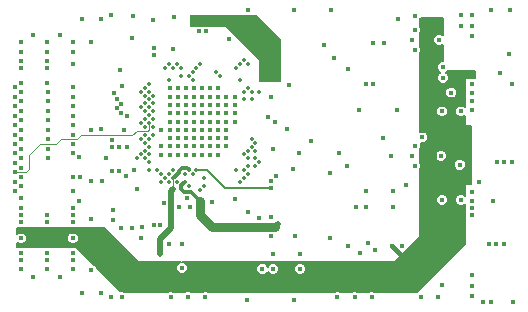
<source format=gbr>
G04 (created by PCBNEW (2013-07-07 BZR 4022)-stable) date 19/11/2015 00:50:24*
%MOIN*%
G04 Gerber Fmt 3.4, Leading zero omitted, Abs format*
%FSLAX34Y34*%
G01*
G70*
G90*
G04 APERTURE LIST*
%ADD10C,0.00590551*%
%ADD11C,0.015748*%
%ADD12C,0.0137795*%
%ADD13C,0.015748*%
%ADD14C,0.0314961*%
%ADD15C,0.00393701*%
%ADD16C,0.011811*%
%ADD17C,0.019685*%
%ADD18C,0.00787402*%
G04 APERTURE END LIST*
G54D10*
G54D11*
X69625Y-48818D03*
X68582Y-48681D03*
X67874Y-48779D03*
X69212Y-48858D03*
X71830Y-50669D03*
X71929Y-52165D03*
X71023Y-55196D03*
X71712Y-52027D03*
X72529Y-53759D03*
X68110Y-55629D03*
X67893Y-55629D03*
X70413Y-49409D03*
X74074Y-53208D03*
X63464Y-55511D03*
X64330Y-55511D03*
X65196Y-55511D03*
X68405Y-56240D03*
X73759Y-53897D03*
X71791Y-55984D03*
X73759Y-56062D03*
X68838Y-56240D03*
X69625Y-49153D03*
X71417Y-55374D03*
X67913Y-49724D03*
X72401Y-50964D03*
X73129Y-52814D03*
X75826Y-56299D03*
X78503Y-50570D03*
X78366Y-53602D03*
X77165Y-53917D03*
X76870Y-51653D03*
X77165Y-48838D03*
X65196Y-55826D03*
X64330Y-55826D03*
X63464Y-55826D03*
G54D12*
X70890Y-53264D03*
X69580Y-54313D03*
X70629Y-53789D03*
X68662Y-50249D03*
X67745Y-52216D03*
G54D11*
X63267Y-53858D03*
X63464Y-51496D03*
G54D12*
X67614Y-51036D03*
G54D11*
X63267Y-51338D03*
G54D12*
X67745Y-51167D03*
G54D11*
X63267Y-51023D03*
G54D12*
X67744Y-51691D03*
G54D11*
X63464Y-52125D03*
G54D12*
X67481Y-51691D03*
G54D11*
X65196Y-51023D03*
X66850Y-50984D03*
G54D12*
X67614Y-51298D03*
G54D11*
X63267Y-51653D03*
X63464Y-51811D03*
G54D12*
X67745Y-51429D03*
G54D11*
X63464Y-51181D03*
G54D12*
X67876Y-51560D03*
G54D11*
X66574Y-51200D03*
X64370Y-51181D03*
X65196Y-51338D03*
X66653Y-51417D03*
G54D12*
X67614Y-51560D03*
G54D11*
X63267Y-51968D03*
X66811Y-51574D03*
X64370Y-51496D03*
X63267Y-53228D03*
G54D12*
X67745Y-53527D03*
G54D11*
X64370Y-53385D03*
G54D12*
X67614Y-53396D03*
G54D11*
X63267Y-52283D03*
G54D12*
X67745Y-52740D03*
G54D11*
X63464Y-52440D03*
G54D12*
X67483Y-52740D03*
X67744Y-53264D03*
G54D11*
X63464Y-53385D03*
G54D12*
X67481Y-53264D03*
G54D11*
X65196Y-53228D03*
X63267Y-52913D03*
G54D12*
X67614Y-53133D03*
G54D11*
X63464Y-53070D03*
X66751Y-53799D03*
X63464Y-52755D03*
G54D12*
X67745Y-53002D03*
G54D11*
X66988Y-53031D03*
X64370Y-53070D03*
X63267Y-52598D03*
G54D12*
X67614Y-52871D03*
G54D11*
X65196Y-52913D03*
X66751Y-53031D03*
X66988Y-51988D03*
X65196Y-51968D03*
X66515Y-52795D03*
X65196Y-52598D03*
X66811Y-51889D03*
X64370Y-51811D03*
X64370Y-52440D03*
G54D12*
X67876Y-52609D03*
G54D11*
X63464Y-54330D03*
X67500Y-55688D03*
X65393Y-54803D03*
X67165Y-55728D03*
X66811Y-55728D03*
X63267Y-54488D03*
X63267Y-54173D03*
X66535Y-55118D03*
X75039Y-56220D03*
X75255Y-56437D03*
X76181Y-56299D03*
X74763Y-56555D03*
X78503Y-51771D03*
X78503Y-51220D03*
X78503Y-51496D03*
X78503Y-50925D03*
X78720Y-54192D03*
X78090Y-53602D03*
X78503Y-54527D03*
X76003Y-51791D03*
X73562Y-49625D03*
X73917Y-50059D03*
X74370Y-50413D03*
X75570Y-49547D03*
X75216Y-49547D03*
X76023Y-48759D03*
X71515Y-57086D03*
X71870Y-57086D03*
X72775Y-57086D03*
X71870Y-56594D03*
X72775Y-56594D03*
X74960Y-54488D03*
X75885Y-54488D03*
X75885Y-55000D03*
X74960Y-55000D03*
X74625Y-55000D03*
X64783Y-57342D03*
X64330Y-50866D03*
X63877Y-57342D03*
X63464Y-56062D03*
X65196Y-55275D03*
X65196Y-56535D03*
X64330Y-56535D03*
X63464Y-56535D03*
X63464Y-57086D03*
X63464Y-56771D03*
X64330Y-57086D03*
X64330Y-56771D03*
X65196Y-56771D03*
X65196Y-57086D03*
X65196Y-56062D03*
X65196Y-55039D03*
X63464Y-55275D03*
X63464Y-55039D03*
X63464Y-54724D03*
X63464Y-50866D03*
X64330Y-50393D03*
X63464Y-50393D03*
X64783Y-49271D03*
X63877Y-49271D03*
X64330Y-50157D03*
X63464Y-50157D03*
X65196Y-49842D03*
X63464Y-49842D03*
X64330Y-49842D03*
X63464Y-49527D03*
X64330Y-49527D03*
X65196Y-49527D03*
X67460Y-56062D03*
X66141Y-52421D03*
X71791Y-55334D03*
X66122Y-57874D03*
X65492Y-57874D03*
X66830Y-58011D03*
X66456Y-58011D03*
X69606Y-58011D03*
X68464Y-58011D03*
X69035Y-58011D03*
X72578Y-58129D03*
X71003Y-58129D03*
X75157Y-58011D03*
X74015Y-58011D03*
X74586Y-58011D03*
X77500Y-57598D03*
X76791Y-58011D03*
X77362Y-58011D03*
X77500Y-54783D03*
X78129Y-54783D03*
X77814Y-51200D03*
X78129Y-51830D03*
X77500Y-51830D03*
X78129Y-48976D03*
X78129Y-48622D03*
X73818Y-48464D03*
X72578Y-48464D03*
X71043Y-48464D03*
X66456Y-48602D03*
X65492Y-48740D03*
X66122Y-48740D03*
X78503Y-49330D03*
X78503Y-48622D03*
X79133Y-48444D03*
X79763Y-48444D03*
X78503Y-48976D03*
X79330Y-53503D03*
X79842Y-50905D03*
X79448Y-50551D03*
X79192Y-54803D03*
X78503Y-54803D03*
X78503Y-55295D03*
X78503Y-55039D03*
X79566Y-56259D03*
X78503Y-57283D03*
X78503Y-57992D03*
X79881Y-58188D03*
X78858Y-58188D03*
X79133Y-58188D03*
X78503Y-57637D03*
X68838Y-57047D03*
X72598Y-55984D03*
X77539Y-50708D03*
X76850Y-52696D03*
X76318Y-54291D03*
X75807Y-53307D03*
X76614Y-52972D03*
X76614Y-53641D03*
X76515Y-53307D03*
X77539Y-50354D03*
X76614Y-49783D03*
X76614Y-48641D03*
X76515Y-49448D03*
X76614Y-49114D03*
X66535Y-55433D03*
X65807Y-49507D03*
X65807Y-57106D03*
X65807Y-55413D03*
X65807Y-54153D03*
X65807Y-52460D03*
X66515Y-53799D03*
X66181Y-54153D03*
X74350Y-53641D03*
X74360Y-56328D03*
X75531Y-52716D03*
X74980Y-50925D03*
X74724Y-51791D03*
X75216Y-50925D03*
X67185Y-49389D03*
X69389Y-49153D03*
X68523Y-49744D03*
X67204Y-48661D03*
G54D12*
X69974Y-50511D03*
G54D11*
X69763Y-51062D03*
X69763Y-51338D03*
X69488Y-51338D03*
X70039Y-51062D03*
X70314Y-51614D03*
X70314Y-52165D03*
X70039Y-52716D03*
X70314Y-52992D03*
X70039Y-52992D03*
X69763Y-52992D03*
X69232Y-52992D03*
X68700Y-52992D03*
X68149Y-52992D03*
X68700Y-52165D03*
X68425Y-51062D03*
X68700Y-51614D03*
X68700Y-51338D03*
X68700Y-51062D03*
X69232Y-51062D03*
X68956Y-51062D03*
X69488Y-51062D03*
X68956Y-51338D03*
X69232Y-51338D03*
X68425Y-51338D03*
X70039Y-51338D03*
X70314Y-51338D03*
X70590Y-51338D03*
X70590Y-51614D03*
X70039Y-51614D03*
X69763Y-51614D03*
X68425Y-51614D03*
X69232Y-51614D03*
X68956Y-51614D03*
X69488Y-51614D03*
X69488Y-52165D03*
X68956Y-52165D03*
X69232Y-52165D03*
X68425Y-52165D03*
X69763Y-52165D03*
X70039Y-52165D03*
X70590Y-52165D03*
X70590Y-51889D03*
X70314Y-51889D03*
X70039Y-51889D03*
X69763Y-51889D03*
X68425Y-51889D03*
X68700Y-51889D03*
X69232Y-51889D03*
X68956Y-51889D03*
X69488Y-51889D03*
X69488Y-52992D03*
X68956Y-52992D03*
X68425Y-52992D03*
X70039Y-53267D03*
X69763Y-53267D03*
X68149Y-53267D03*
X68425Y-53267D03*
X68700Y-53267D03*
X69232Y-53267D03*
X68956Y-53267D03*
X69488Y-53267D03*
X69488Y-52716D03*
X68956Y-52716D03*
X69232Y-52716D03*
X68700Y-52716D03*
X68425Y-52716D03*
X69763Y-52716D03*
X70314Y-52716D03*
X70314Y-52440D03*
X70039Y-52440D03*
X69763Y-52440D03*
X68149Y-52440D03*
X68425Y-52440D03*
X68700Y-52440D03*
X69232Y-52440D03*
X68956Y-52440D03*
X69488Y-52440D03*
X72322Y-52401D03*
X71811Y-51338D03*
G54D12*
X70760Y-54182D03*
G54D11*
X71791Y-54133D03*
G54D12*
X70891Y-53789D03*
G54D11*
X68228Y-54881D03*
G54D12*
X68662Y-54182D03*
X69056Y-54313D03*
G54D11*
X71968Y-53976D03*
X69015Y-54724D03*
X69114Y-55000D03*
X69822Y-54842D03*
X71870Y-53070D03*
G54D12*
X71416Y-53527D03*
X71285Y-53133D03*
X71285Y-52871D03*
X70760Y-50774D03*
X70105Y-50642D03*
X69187Y-50774D03*
X69056Y-50642D03*
X68792Y-50380D03*
X68400Y-50249D03*
G54D11*
X67913Y-49940D03*
G54D12*
X68400Y-53920D03*
X67351Y-53396D03*
X67483Y-51167D03*
X67614Y-51822D03*
X67876Y-52085D03*
G54D11*
X67224Y-53779D03*
G54D12*
X67745Y-51953D03*
G54D11*
X64330Y-55275D03*
X77401Y-49448D03*
X65196Y-54015D03*
X77460Y-53307D03*
X65452Y-54015D03*
X63464Y-53700D03*
X66653Y-51712D03*
X65196Y-51653D03*
X66515Y-53031D03*
X64370Y-52755D03*
G54D12*
X71022Y-50249D03*
G54D11*
X79724Y-49921D03*
G54D12*
X70760Y-50249D03*
X70628Y-50380D03*
X70891Y-50118D03*
X69187Y-50511D03*
X71153Y-51429D03*
X69449Y-54444D03*
X69317Y-50380D03*
X69449Y-50249D03*
X68268Y-50380D03*
X68794Y-50642D03*
G54D11*
X70590Y-54744D03*
G54D12*
X68925Y-53920D03*
X69579Y-54051D03*
X68925Y-54182D03*
G54D11*
X72027Y-55590D03*
G54D12*
X71416Y-51167D03*
X70891Y-51167D03*
X68400Y-50774D03*
X70890Y-54051D03*
X69187Y-53920D03*
G54D11*
X68740Y-55000D03*
X68110Y-56574D03*
G54D12*
X69056Y-53789D03*
G54D11*
X66889Y-52460D03*
X66968Y-53996D03*
G54D12*
X67744Y-50905D03*
X67614Y-52085D03*
X71153Y-51167D03*
X70891Y-51429D03*
X71022Y-51036D03*
X71022Y-53658D03*
X68531Y-53789D03*
X68400Y-54182D03*
X67614Y-52609D03*
G54D11*
X66299Y-53366D03*
X66771Y-50433D03*
G54D12*
X67876Y-51298D03*
X67876Y-51822D03*
X71153Y-52740D03*
X71022Y-53396D03*
X71285Y-53658D03*
X71153Y-53002D03*
X71285Y-53396D03*
G54D11*
X72736Y-53208D03*
G54D12*
X71022Y-53133D03*
X68007Y-53789D03*
X67745Y-53789D03*
G54D11*
X79822Y-53503D03*
G54D12*
X68268Y-54051D03*
G54D11*
X79055Y-56259D03*
X79566Y-53503D03*
G54D12*
X68138Y-54182D03*
G54D11*
X79311Y-56259D03*
X71791Y-54389D03*
G54D12*
X69318Y-53789D03*
G54D11*
X63464Y-54015D03*
G54D12*
X68138Y-53920D03*
X68530Y-50380D03*
G54D11*
X65196Y-50236D03*
X65413Y-53346D03*
G54D12*
X67483Y-52216D03*
G54D11*
X64370Y-52125D03*
G54D12*
X67614Y-52347D03*
G54D11*
X65196Y-52283D03*
X65196Y-54488D03*
G54D12*
X71022Y-53920D03*
G54D11*
X63267Y-53543D03*
X67342Y-54409D03*
G54D12*
X67876Y-52347D03*
G54D13*
X69625Y-48818D02*
X70570Y-48818D01*
X70570Y-48818D02*
X71830Y-50078D01*
X71830Y-50078D02*
X71830Y-50669D01*
X76318Y-56791D02*
X75826Y-56299D01*
X78503Y-50570D02*
X78169Y-50570D01*
X77795Y-50944D02*
X77007Y-50944D01*
X78169Y-50570D02*
X77795Y-50944D01*
X77165Y-53917D02*
X78248Y-53917D01*
X78366Y-53799D02*
X78366Y-53602D01*
X78248Y-53917D02*
X78366Y-53799D01*
G54D14*
X77165Y-53917D02*
X77165Y-55944D01*
X77165Y-52283D02*
X77165Y-53917D01*
X77007Y-52125D02*
X77165Y-52283D01*
X77007Y-51653D02*
X77007Y-52125D01*
G54D13*
X77007Y-51653D02*
X76870Y-51653D01*
G54D14*
X77007Y-49173D02*
X77007Y-50944D01*
X77165Y-48838D02*
X77165Y-49015D01*
X77165Y-49015D02*
X77007Y-49173D01*
X77007Y-50944D02*
X77007Y-51653D01*
G54D13*
X65590Y-55826D02*
X67244Y-57480D01*
X67244Y-57480D02*
X75039Y-57480D01*
G54D14*
X75570Y-57480D02*
X75629Y-57480D01*
X77165Y-55944D02*
X76318Y-56791D01*
X76318Y-56791D02*
X75629Y-57480D01*
X75629Y-57480D02*
X75039Y-57480D01*
G54D13*
X65196Y-55826D02*
X65590Y-55826D01*
G54D15*
X64645Y-52913D02*
X64114Y-52913D01*
X67745Y-52431D02*
X67696Y-52480D01*
X67696Y-52480D02*
X67322Y-52480D01*
X67322Y-52480D02*
X67185Y-52618D01*
X67185Y-52618D02*
X65472Y-52618D01*
X65472Y-52618D02*
X65334Y-52755D01*
X65334Y-52755D02*
X64803Y-52755D01*
X64803Y-52755D02*
X64645Y-52913D01*
X67745Y-52216D02*
X67745Y-52431D01*
X63641Y-53858D02*
X63267Y-53858D01*
X63740Y-53759D02*
X63641Y-53858D01*
X63740Y-53287D02*
X63740Y-53759D01*
X64114Y-52913D02*
X63740Y-53287D01*
G54D16*
X68925Y-54182D02*
X68925Y-54185D01*
G54D17*
X71948Y-55669D02*
X72027Y-55590D01*
G54D14*
X69822Y-55669D02*
X71948Y-55669D01*
X69448Y-55295D02*
X69822Y-55669D01*
X69448Y-54822D02*
X69448Y-55295D01*
G54D16*
X69133Y-54507D02*
X69448Y-54822D01*
X68917Y-54507D02*
X69133Y-54507D01*
X68818Y-54409D02*
X68917Y-54507D01*
X68818Y-54291D02*
X68818Y-54409D01*
X68925Y-54185D02*
X68818Y-54291D01*
G54D17*
X68533Y-54399D02*
X68464Y-54468D01*
X68110Y-56082D02*
X68110Y-56574D01*
X68464Y-55728D02*
X68110Y-56082D01*
X68464Y-54468D02*
X68464Y-55728D01*
G54D16*
X68533Y-54064D02*
X68720Y-53877D01*
X68720Y-53877D02*
X68720Y-53818D01*
X69056Y-53741D02*
X69015Y-53700D01*
X69056Y-53789D02*
X69056Y-53741D01*
X68838Y-53700D02*
X68720Y-53818D01*
X69015Y-53700D02*
X68838Y-53700D01*
X68720Y-53818D02*
X68720Y-53818D01*
G54D15*
X68533Y-54399D02*
X68523Y-54409D01*
X68533Y-54064D02*
X68533Y-54399D01*
G54D10*
X71791Y-54389D02*
X70275Y-54389D01*
X69675Y-53789D02*
X69318Y-53789D01*
X70275Y-54389D02*
X69675Y-53789D01*
X69318Y-53789D02*
X69320Y-53789D01*
G36*
X72106Y-50807D02*
X71397Y-50807D01*
X71397Y-50109D01*
X70283Y-48996D01*
X69114Y-48996D01*
X69114Y-48602D01*
X71043Y-48602D01*
X71070Y-48602D01*
X71070Y-48602D01*
X71291Y-48602D01*
X72106Y-49417D01*
X72106Y-50807D01*
X72106Y-50807D01*
G37*
G54D15*
X72106Y-50807D02*
X71397Y-50807D01*
X71397Y-50109D01*
X70283Y-48996D01*
X69114Y-48996D01*
X69114Y-48602D01*
X71043Y-48602D01*
X71070Y-48602D01*
X71070Y-48602D01*
X71291Y-48602D01*
X72106Y-49417D01*
X72106Y-50807D01*
G54D10*
G36*
X78602Y-50708D02*
X78267Y-50708D01*
X78267Y-51690D01*
X78241Y-51663D01*
X78169Y-51633D01*
X78090Y-51633D01*
X78018Y-51663D01*
X78011Y-51670D01*
X78011Y-51161D01*
X77981Y-51089D01*
X77926Y-51034D01*
X77854Y-51003D01*
X77775Y-51003D01*
X77703Y-51033D01*
X77648Y-51089D01*
X77618Y-51161D01*
X77618Y-51239D01*
X77647Y-51312D01*
X77703Y-51367D01*
X77775Y-51397D01*
X77853Y-51397D01*
X77926Y-51367D01*
X77981Y-51312D01*
X78011Y-51240D01*
X78011Y-51161D01*
X78011Y-51670D01*
X77963Y-51719D01*
X77933Y-51791D01*
X77933Y-51869D01*
X77962Y-51942D01*
X78018Y-51997D01*
X78090Y-52027D01*
X78168Y-52027D01*
X78241Y-51997D01*
X78267Y-51971D01*
X78267Y-52322D01*
X78464Y-52322D01*
X78464Y-54232D01*
X78287Y-54232D01*
X78287Y-53563D01*
X78257Y-53491D01*
X78202Y-53435D01*
X78129Y-53405D01*
X78051Y-53405D01*
X77979Y-53435D01*
X77923Y-53490D01*
X77893Y-53563D01*
X77893Y-53641D01*
X77923Y-53713D01*
X77978Y-53769D01*
X78051Y-53799D01*
X78129Y-53799D01*
X78201Y-53769D01*
X78257Y-53714D01*
X78287Y-53641D01*
X78287Y-53563D01*
X78287Y-54232D01*
X78267Y-54232D01*
X78267Y-54642D01*
X78241Y-54616D01*
X78169Y-54586D01*
X78090Y-54586D01*
X78018Y-54616D01*
X77963Y-54671D01*
X77933Y-54744D01*
X77933Y-54822D01*
X77962Y-54894D01*
X78018Y-54950D01*
X78090Y-54980D01*
X78168Y-54980D01*
X78241Y-54950D01*
X78267Y-54924D01*
X78267Y-56243D01*
X77696Y-56814D01*
X77696Y-54744D01*
X77696Y-51791D01*
X77666Y-51719D01*
X77611Y-51663D01*
X77539Y-51633D01*
X77461Y-51633D01*
X77388Y-51663D01*
X77333Y-51719D01*
X77303Y-51791D01*
X77303Y-51869D01*
X77333Y-51942D01*
X77388Y-51997D01*
X77460Y-52027D01*
X77538Y-52027D01*
X77611Y-51997D01*
X77666Y-51942D01*
X77696Y-51870D01*
X77696Y-51791D01*
X77696Y-54744D01*
X77666Y-54672D01*
X77657Y-54662D01*
X77657Y-53268D01*
X77627Y-53195D01*
X77572Y-53140D01*
X77499Y-53110D01*
X77421Y-53110D01*
X77349Y-53140D01*
X77293Y-53195D01*
X77263Y-53267D01*
X77263Y-53346D01*
X77293Y-53418D01*
X77348Y-53473D01*
X77421Y-53503D01*
X77499Y-53503D01*
X77571Y-53474D01*
X77627Y-53418D01*
X77657Y-53346D01*
X77657Y-53268D01*
X77657Y-54662D01*
X77611Y-54616D01*
X77539Y-54586D01*
X77461Y-54586D01*
X77388Y-54616D01*
X77333Y-54671D01*
X77303Y-54744D01*
X77303Y-54822D01*
X77333Y-54894D01*
X77388Y-54950D01*
X77460Y-54980D01*
X77538Y-54980D01*
X77611Y-54950D01*
X77666Y-54895D01*
X77696Y-54822D01*
X77696Y-54744D01*
X77696Y-56814D01*
X76676Y-57834D01*
X75244Y-57834D01*
X75196Y-57814D01*
X75118Y-57814D01*
X75070Y-57834D01*
X74673Y-57834D01*
X74625Y-57814D01*
X74547Y-57814D01*
X74499Y-57834D01*
X74102Y-57834D01*
X74055Y-57814D01*
X73976Y-57814D01*
X73929Y-57834D01*
X72972Y-57834D01*
X72972Y-57047D01*
X72942Y-56975D01*
X72887Y-56919D01*
X72814Y-56889D01*
X72736Y-56889D01*
X72664Y-56919D01*
X72608Y-56974D01*
X72578Y-57047D01*
X72578Y-57125D01*
X72608Y-57197D01*
X72663Y-57253D01*
X72736Y-57283D01*
X72814Y-57283D01*
X72886Y-57253D01*
X72942Y-57198D01*
X72972Y-57125D01*
X72972Y-57047D01*
X72972Y-57834D01*
X72066Y-57834D01*
X72066Y-57047D01*
X72037Y-56975D01*
X71981Y-56919D01*
X71909Y-56889D01*
X71831Y-56889D01*
X71758Y-56919D01*
X71703Y-56974D01*
X71692Y-56999D01*
X71682Y-56975D01*
X71627Y-56919D01*
X71555Y-56889D01*
X71476Y-56889D01*
X71404Y-56919D01*
X71348Y-56974D01*
X71318Y-57047D01*
X71318Y-57125D01*
X71348Y-57197D01*
X71404Y-57253D01*
X71476Y-57283D01*
X71554Y-57283D01*
X71627Y-57253D01*
X71682Y-57198D01*
X71692Y-57173D01*
X71703Y-57197D01*
X71758Y-57253D01*
X71830Y-57283D01*
X71909Y-57283D01*
X71981Y-57253D01*
X72036Y-57198D01*
X72066Y-57125D01*
X72066Y-57047D01*
X72066Y-57834D01*
X69692Y-57834D01*
X69645Y-57814D01*
X69567Y-57814D01*
X69519Y-57834D01*
X69122Y-57834D01*
X69074Y-57814D01*
X68996Y-57814D01*
X68948Y-57834D01*
X68551Y-57834D01*
X68503Y-57814D01*
X68425Y-57814D01*
X68377Y-57834D01*
X66917Y-57834D01*
X66870Y-57814D01*
X66791Y-57814D01*
X66775Y-57821D01*
X65992Y-57038D01*
X65974Y-56994D01*
X65918Y-56939D01*
X65874Y-56921D01*
X65393Y-56440D01*
X65393Y-56024D01*
X65363Y-55951D01*
X65308Y-55896D01*
X65236Y-55866D01*
X65157Y-55866D01*
X65085Y-55896D01*
X65030Y-55951D01*
X65000Y-56023D01*
X64999Y-56101D01*
X65029Y-56174D01*
X65085Y-56229D01*
X65157Y-56259D01*
X65235Y-56259D01*
X65308Y-56229D01*
X65363Y-56174D01*
X65393Y-56102D01*
X65393Y-56024D01*
X65393Y-56440D01*
X65291Y-56338D01*
X65197Y-56338D01*
X65157Y-56338D01*
X65157Y-56338D01*
X64330Y-56338D01*
X64291Y-56338D01*
X64291Y-56338D01*
X63464Y-56338D01*
X63425Y-56338D01*
X63425Y-56338D01*
X63346Y-56338D01*
X63346Y-56223D01*
X63352Y-56229D01*
X63425Y-56259D01*
X63503Y-56259D01*
X63575Y-56229D01*
X63631Y-56174D01*
X63661Y-56102D01*
X63661Y-56024D01*
X63631Y-55951D01*
X63576Y-55896D01*
X63503Y-55866D01*
X63425Y-55866D01*
X63353Y-55896D01*
X63346Y-55902D01*
X63346Y-55708D01*
X63464Y-55708D01*
X63503Y-55708D01*
X63503Y-55708D01*
X64330Y-55708D01*
X64369Y-55708D01*
X64369Y-55708D01*
X65196Y-55708D01*
X65235Y-55708D01*
X65235Y-55708D01*
X66243Y-55708D01*
X67385Y-56850D01*
X68799Y-56850D01*
X68727Y-56880D01*
X68671Y-56935D01*
X68641Y-57007D01*
X68641Y-57086D01*
X68671Y-57158D01*
X68726Y-57214D01*
X68799Y-57244D01*
X68877Y-57244D01*
X68949Y-57214D01*
X69005Y-57158D01*
X69035Y-57086D01*
X69035Y-57008D01*
X69005Y-56935D01*
X68950Y-56880D01*
X68877Y-56850D01*
X68838Y-56850D01*
X75921Y-56850D01*
X76771Y-56000D01*
X76771Y-53762D01*
X76780Y-53753D01*
X76810Y-53681D01*
X76811Y-53602D01*
X76781Y-53530D01*
X76771Y-53520D01*
X76771Y-53093D01*
X76780Y-53084D01*
X76810Y-53011D01*
X76811Y-52933D01*
X76791Y-52885D01*
X76811Y-52893D01*
X76889Y-52893D01*
X76961Y-52863D01*
X77017Y-52808D01*
X77047Y-52736D01*
X77047Y-52657D01*
X77017Y-52585D01*
X76962Y-52530D01*
X76889Y-52500D01*
X76811Y-52499D01*
X76771Y-52516D01*
X76771Y-49904D01*
X76780Y-49895D01*
X76810Y-49822D01*
X76811Y-49744D01*
X76781Y-49672D01*
X76771Y-49662D01*
X76771Y-49235D01*
X76780Y-49225D01*
X76810Y-49153D01*
X76811Y-49075D01*
X76781Y-49002D01*
X76771Y-48993D01*
X76771Y-48762D01*
X76780Y-48753D01*
X76802Y-48700D01*
X76811Y-48700D01*
X77519Y-48700D01*
X77519Y-49288D01*
X77513Y-49282D01*
X77440Y-49252D01*
X77362Y-49251D01*
X77290Y-49281D01*
X77234Y-49337D01*
X77204Y-49409D01*
X77204Y-49487D01*
X77234Y-49560D01*
X77289Y-49615D01*
X77362Y-49645D01*
X77440Y-49645D01*
X77512Y-49615D01*
X77519Y-49609D01*
X77519Y-50157D01*
X77500Y-50157D01*
X77428Y-50187D01*
X77372Y-50242D01*
X77342Y-50315D01*
X77342Y-50393D01*
X77372Y-50465D01*
X77427Y-50521D01*
X77452Y-50531D01*
X77428Y-50541D01*
X77372Y-50597D01*
X77342Y-50669D01*
X77342Y-50747D01*
X77372Y-50820D01*
X77427Y-50875D01*
X77500Y-50905D01*
X77578Y-50905D01*
X77650Y-50875D01*
X77706Y-50820D01*
X77736Y-50747D01*
X77736Y-50669D01*
X77706Y-50597D01*
X77651Y-50541D01*
X77626Y-50531D01*
X77650Y-50521D01*
X77699Y-50472D01*
X78602Y-50472D01*
X78602Y-50708D01*
X78602Y-50708D01*
G37*
G54D18*
X78602Y-50708D02*
X78267Y-50708D01*
X78267Y-51690D01*
X78241Y-51663D01*
X78169Y-51633D01*
X78090Y-51633D01*
X78018Y-51663D01*
X78011Y-51670D01*
X78011Y-51161D01*
X77981Y-51089D01*
X77926Y-51034D01*
X77854Y-51003D01*
X77775Y-51003D01*
X77703Y-51033D01*
X77648Y-51089D01*
X77618Y-51161D01*
X77618Y-51239D01*
X77647Y-51312D01*
X77703Y-51367D01*
X77775Y-51397D01*
X77853Y-51397D01*
X77926Y-51367D01*
X77981Y-51312D01*
X78011Y-51240D01*
X78011Y-51161D01*
X78011Y-51670D01*
X77963Y-51719D01*
X77933Y-51791D01*
X77933Y-51869D01*
X77962Y-51942D01*
X78018Y-51997D01*
X78090Y-52027D01*
X78168Y-52027D01*
X78241Y-51997D01*
X78267Y-51971D01*
X78267Y-52322D01*
X78464Y-52322D01*
X78464Y-54232D01*
X78287Y-54232D01*
X78287Y-53563D01*
X78257Y-53491D01*
X78202Y-53435D01*
X78129Y-53405D01*
X78051Y-53405D01*
X77979Y-53435D01*
X77923Y-53490D01*
X77893Y-53563D01*
X77893Y-53641D01*
X77923Y-53713D01*
X77978Y-53769D01*
X78051Y-53799D01*
X78129Y-53799D01*
X78201Y-53769D01*
X78257Y-53714D01*
X78287Y-53641D01*
X78287Y-53563D01*
X78287Y-54232D01*
X78267Y-54232D01*
X78267Y-54642D01*
X78241Y-54616D01*
X78169Y-54586D01*
X78090Y-54586D01*
X78018Y-54616D01*
X77963Y-54671D01*
X77933Y-54744D01*
X77933Y-54822D01*
X77962Y-54894D01*
X78018Y-54950D01*
X78090Y-54980D01*
X78168Y-54980D01*
X78241Y-54950D01*
X78267Y-54924D01*
X78267Y-56243D01*
X77696Y-56814D01*
X77696Y-54744D01*
X77696Y-51791D01*
X77666Y-51719D01*
X77611Y-51663D01*
X77539Y-51633D01*
X77461Y-51633D01*
X77388Y-51663D01*
X77333Y-51719D01*
X77303Y-51791D01*
X77303Y-51869D01*
X77333Y-51942D01*
X77388Y-51997D01*
X77460Y-52027D01*
X77538Y-52027D01*
X77611Y-51997D01*
X77666Y-51942D01*
X77696Y-51870D01*
X77696Y-51791D01*
X77696Y-54744D01*
X77666Y-54672D01*
X77657Y-54662D01*
X77657Y-53268D01*
X77627Y-53195D01*
X77572Y-53140D01*
X77499Y-53110D01*
X77421Y-53110D01*
X77349Y-53140D01*
X77293Y-53195D01*
X77263Y-53267D01*
X77263Y-53346D01*
X77293Y-53418D01*
X77348Y-53473D01*
X77421Y-53503D01*
X77499Y-53503D01*
X77571Y-53474D01*
X77627Y-53418D01*
X77657Y-53346D01*
X77657Y-53268D01*
X77657Y-54662D01*
X77611Y-54616D01*
X77539Y-54586D01*
X77461Y-54586D01*
X77388Y-54616D01*
X77333Y-54671D01*
X77303Y-54744D01*
X77303Y-54822D01*
X77333Y-54894D01*
X77388Y-54950D01*
X77460Y-54980D01*
X77538Y-54980D01*
X77611Y-54950D01*
X77666Y-54895D01*
X77696Y-54822D01*
X77696Y-54744D01*
X77696Y-56814D01*
X76676Y-57834D01*
X75244Y-57834D01*
X75196Y-57814D01*
X75118Y-57814D01*
X75070Y-57834D01*
X74673Y-57834D01*
X74625Y-57814D01*
X74547Y-57814D01*
X74499Y-57834D01*
X74102Y-57834D01*
X74055Y-57814D01*
X73976Y-57814D01*
X73929Y-57834D01*
X72972Y-57834D01*
X72972Y-57047D01*
X72942Y-56975D01*
X72887Y-56919D01*
X72814Y-56889D01*
X72736Y-56889D01*
X72664Y-56919D01*
X72608Y-56974D01*
X72578Y-57047D01*
X72578Y-57125D01*
X72608Y-57197D01*
X72663Y-57253D01*
X72736Y-57283D01*
X72814Y-57283D01*
X72886Y-57253D01*
X72942Y-57198D01*
X72972Y-57125D01*
X72972Y-57047D01*
X72972Y-57834D01*
X72066Y-57834D01*
X72066Y-57047D01*
X72037Y-56975D01*
X71981Y-56919D01*
X71909Y-56889D01*
X71831Y-56889D01*
X71758Y-56919D01*
X71703Y-56974D01*
X71692Y-56999D01*
X71682Y-56975D01*
X71627Y-56919D01*
X71555Y-56889D01*
X71476Y-56889D01*
X71404Y-56919D01*
X71348Y-56974D01*
X71318Y-57047D01*
X71318Y-57125D01*
X71348Y-57197D01*
X71404Y-57253D01*
X71476Y-57283D01*
X71554Y-57283D01*
X71627Y-57253D01*
X71682Y-57198D01*
X71692Y-57173D01*
X71703Y-57197D01*
X71758Y-57253D01*
X71830Y-57283D01*
X71909Y-57283D01*
X71981Y-57253D01*
X72036Y-57198D01*
X72066Y-57125D01*
X72066Y-57047D01*
X72066Y-57834D01*
X69692Y-57834D01*
X69645Y-57814D01*
X69567Y-57814D01*
X69519Y-57834D01*
X69122Y-57834D01*
X69074Y-57814D01*
X68996Y-57814D01*
X68948Y-57834D01*
X68551Y-57834D01*
X68503Y-57814D01*
X68425Y-57814D01*
X68377Y-57834D01*
X66917Y-57834D01*
X66870Y-57814D01*
X66791Y-57814D01*
X66775Y-57821D01*
X65992Y-57038D01*
X65974Y-56994D01*
X65918Y-56939D01*
X65874Y-56921D01*
X65393Y-56440D01*
X65393Y-56024D01*
X65363Y-55951D01*
X65308Y-55896D01*
X65236Y-55866D01*
X65157Y-55866D01*
X65085Y-55896D01*
X65030Y-55951D01*
X65000Y-56023D01*
X64999Y-56101D01*
X65029Y-56174D01*
X65085Y-56229D01*
X65157Y-56259D01*
X65235Y-56259D01*
X65308Y-56229D01*
X65363Y-56174D01*
X65393Y-56102D01*
X65393Y-56024D01*
X65393Y-56440D01*
X65291Y-56338D01*
X65197Y-56338D01*
X65157Y-56338D01*
X65157Y-56338D01*
X64330Y-56338D01*
X64291Y-56338D01*
X64291Y-56338D01*
X63464Y-56338D01*
X63425Y-56338D01*
X63425Y-56338D01*
X63346Y-56338D01*
X63346Y-56223D01*
X63352Y-56229D01*
X63425Y-56259D01*
X63503Y-56259D01*
X63575Y-56229D01*
X63631Y-56174D01*
X63661Y-56102D01*
X63661Y-56024D01*
X63631Y-55951D01*
X63576Y-55896D01*
X63503Y-55866D01*
X63425Y-55866D01*
X63353Y-55896D01*
X63346Y-55902D01*
X63346Y-55708D01*
X63464Y-55708D01*
X63503Y-55708D01*
X63503Y-55708D01*
X64330Y-55708D01*
X64369Y-55708D01*
X64369Y-55708D01*
X65196Y-55708D01*
X65235Y-55708D01*
X65235Y-55708D01*
X66243Y-55708D01*
X67385Y-56850D01*
X68799Y-56850D01*
X68727Y-56880D01*
X68671Y-56935D01*
X68641Y-57007D01*
X68641Y-57086D01*
X68671Y-57158D01*
X68726Y-57214D01*
X68799Y-57244D01*
X68877Y-57244D01*
X68949Y-57214D01*
X69005Y-57158D01*
X69035Y-57086D01*
X69035Y-57008D01*
X69005Y-56935D01*
X68950Y-56880D01*
X68877Y-56850D01*
X68838Y-56850D01*
X75921Y-56850D01*
X76771Y-56000D01*
X76771Y-53762D01*
X76780Y-53753D01*
X76810Y-53681D01*
X76811Y-53602D01*
X76781Y-53530D01*
X76771Y-53520D01*
X76771Y-53093D01*
X76780Y-53084D01*
X76810Y-53011D01*
X76811Y-52933D01*
X76791Y-52885D01*
X76811Y-52893D01*
X76889Y-52893D01*
X76961Y-52863D01*
X77017Y-52808D01*
X77047Y-52736D01*
X77047Y-52657D01*
X77017Y-52585D01*
X76962Y-52530D01*
X76889Y-52500D01*
X76811Y-52499D01*
X76771Y-52516D01*
X76771Y-49904D01*
X76780Y-49895D01*
X76810Y-49822D01*
X76811Y-49744D01*
X76781Y-49672D01*
X76771Y-49662D01*
X76771Y-49235D01*
X76780Y-49225D01*
X76810Y-49153D01*
X76811Y-49075D01*
X76781Y-49002D01*
X76771Y-48993D01*
X76771Y-48762D01*
X76780Y-48753D01*
X76802Y-48700D01*
X76811Y-48700D01*
X77519Y-48700D01*
X77519Y-49288D01*
X77513Y-49282D01*
X77440Y-49252D01*
X77362Y-49251D01*
X77290Y-49281D01*
X77234Y-49337D01*
X77204Y-49409D01*
X77204Y-49487D01*
X77234Y-49560D01*
X77289Y-49615D01*
X77362Y-49645D01*
X77440Y-49645D01*
X77512Y-49615D01*
X77519Y-49609D01*
X77519Y-50157D01*
X77500Y-50157D01*
X77428Y-50187D01*
X77372Y-50242D01*
X77342Y-50315D01*
X77342Y-50393D01*
X77372Y-50465D01*
X77427Y-50521D01*
X77452Y-50531D01*
X77428Y-50541D01*
X77372Y-50597D01*
X77342Y-50669D01*
X77342Y-50747D01*
X77372Y-50820D01*
X77427Y-50875D01*
X77500Y-50905D01*
X77578Y-50905D01*
X77650Y-50875D01*
X77706Y-50820D01*
X77736Y-50747D01*
X77736Y-50669D01*
X77706Y-50597D01*
X77651Y-50541D01*
X77626Y-50531D01*
X77650Y-50521D01*
X77699Y-50472D01*
X78602Y-50472D01*
X78602Y-50708D01*
M02*

</source>
